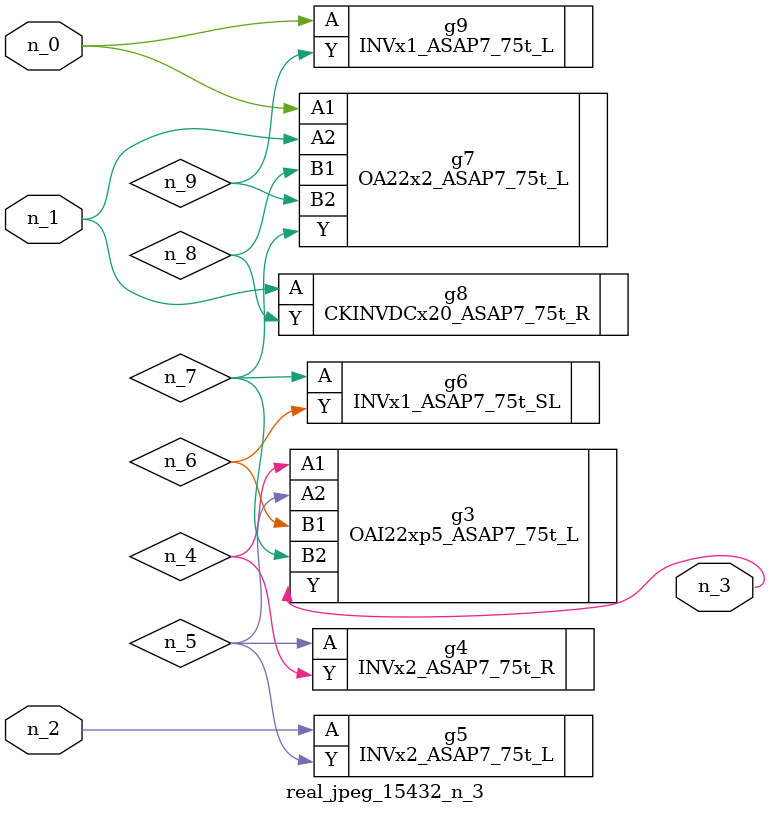
<source format=v>
module real_jpeg_15432_n_3 (n_1, n_0, n_2, n_3);

input n_1;
input n_0;
input n_2;

output n_3;

wire n_5;
wire n_8;
wire n_4;
wire n_6;
wire n_7;
wire n_9;

OA22x2_ASAP7_75t_L g7 ( 
.A1(n_0),
.A2(n_1),
.B1(n_8),
.B2(n_9),
.Y(n_7)
);

INVx1_ASAP7_75t_L g9 ( 
.A(n_0),
.Y(n_9)
);

CKINVDCx20_ASAP7_75t_R g8 ( 
.A(n_1),
.Y(n_8)
);

INVx2_ASAP7_75t_L g5 ( 
.A(n_2),
.Y(n_5)
);

OAI22xp5_ASAP7_75t_L g3 ( 
.A1(n_4),
.A2(n_5),
.B1(n_6),
.B2(n_7),
.Y(n_3)
);

INVx2_ASAP7_75t_R g4 ( 
.A(n_5),
.Y(n_4)
);

INVx1_ASAP7_75t_SL g6 ( 
.A(n_7),
.Y(n_6)
);


endmodule
</source>
